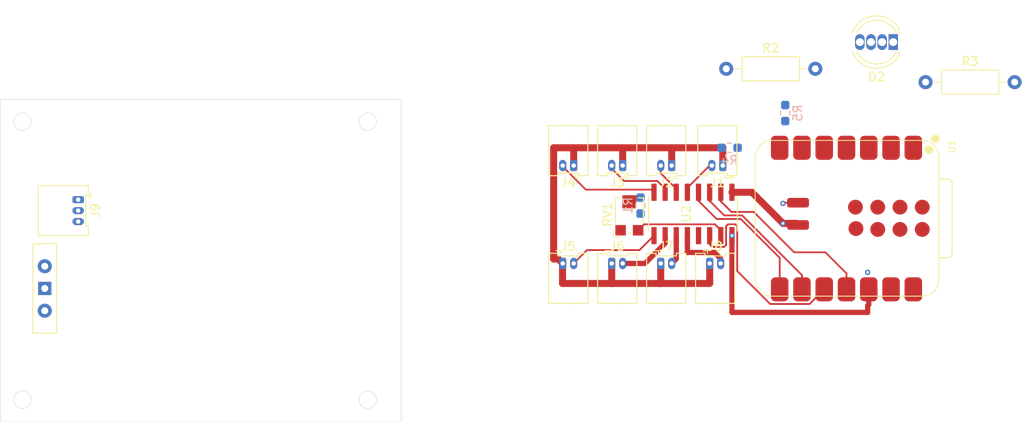
<source format=kicad_pcb>
(kicad_pcb (version 20241229) (generator "pcbnew") (generator_version "9.0")
  (layers (0 "F.Cu" signal) (4 "In1.Cu" jumper "Jumper") (6 "In2.Cu" signal) (2 "B.Cu" signal) (13 "F.Paste" user) (15 "B.Paste" user) (5 "F.SilkS" user "F.Silkscreen") (7 "B.SilkS" user "B.Silkscreen") (1 "F.Mask" user) (3 "B.Mask" user) (25 "Edge.Cuts" user))
  (net 0 "")
  (net 1 "GND")
  (net 2 "+BATT")
  (net 3 "Net-(U2-R-EXT)")
  (net 7 "Net-(U1-GPIO17_D7_RX)")
  (net 8 "Net-(U1-GPIO20_D9_MISO)")
  (net 9 "Net-(U1-GPIO19_D8_SCK)")
  (net 11 "Net-(U1-3V3)")
  (net 13 "Net-(U1-GPIO16_D6_TX)")
  (net 14 "Net-(U1-GPIO23_D5_SCL)")
  (net 18 "Net-(U1-GPIO22_D4_SDA)")
  (net 20 "Net-(U1-GPIO18_D10_MOSI)")
  (net 23 "Net-(J1-Pin_2)")
  (net 24 "Net-(J2-Pin_2)")
  (net 25 "Net-(J3-Pin_2)")
  (net 26 "Net-(J4-Pin_2)")
  (net 27 "Net-(R1-Pad1)")
  (net 28 "Net-(J5-Pin_2)")
  (net 29 "Net-(J6-Pin_2)")
  (net 30 "Net-(J7-Pin_2)")
  (net 31 "Net-(J8-Pin_2)")
  (net 33 "Net-(J9-Pin_3)")
  (net 34 "Net-(D2-RA)")
  (net 35 "Net-(D2-GA)")
  (net 38 "Net-(U1-GPIO0_A0_D0)")
  (footprint "Connector_Molex:Molex_PicoBlade_53048-0310_1x03_P1.25mm_Horizontal" (layer "F.Cu") (at 37.465 41.995 -90)
    (property "Reference" "J9" (at 1.25 -1.95 90) (layer "F.SilkS"))
    (property "Value" "Conn_01x03_Socket" (hide yes))
    (fp_line (start -1.61 4.56) (end 1.25 4.56) (stroke (width 0.12)) (layer "F.SilkS"))
    (fp_line (start 4.11 4.56) (end 1.25 4.56) (stroke (width 0.12)) (layer "F.SilkS"))
    (fp_line (start -0.54 -0.86) (end -0.54 -1.16) (stroke (width 0.12)) (layer "F.SilkS"))
    (fp_line (start 1.25 -0.86) (end -0.54 -0.86) (stroke (width 0.12)) (layer "F.SilkS"))
    (fp_line (start 1.25 -0.86) (end 3.04 -0.86) (stroke (width 0.12)) (layer "F.SilkS"))
    (fp_line (start 3.04 -0.86) (end 3.04 -1.16) (stroke (width 0.12)) (layer "F.SilkS"))
    (fp_line (start -0.25 -1.15) (end -0.25 -1.45) (stroke (width 0.12)) (layer "F.SilkS"))
    (fp_line (start -1.61 -1.16) (end -1.61 4.56) (stroke (width 0.12)) (layer "F.SilkS"))
    (fp_line (start -0.54 -1.16) (end -1.61 -1.16) (stroke (width 0.12)) (layer "F.SilkS"))
    (fp_line (start 3.04 -1.16) (end 4.11 -1.16) (stroke (width 0.12)) (layer "F.SilkS"))
    (fp_line (start 4.11 -1.16) (end 4.11 4.56) (stroke (width 0.12)) (layer "F.SilkS"))
    (fp_line (start -0.25 -1.45) (end -0.75 -1.45) (stroke (width 0.12)) (layer "F.SilkS"))
    (pad "1" thru_hole roundrect (at 0 0 270) (size 0.8 1.3) (drill 0.5) (layers "*.Cu" "*.Mask") (net 1 "GND"))
    (pad "2" thru_hole oval (at 1.25 0 270) (size 0.8 1.3) (drill 0.5) (layers "*.Cu" "*.Mask"))
    (pad "3" thru_hole oval (at 2.5 0 270) (size 0.8 1.3) (drill 0.5) (layers "*.Cu" "*.Mask") (net 33 "Net-(J9-Pin_3)"))
  )
  (footprint "Snapeda:SOIC127P600X175-16N" (layer "F.Cu") (at 107.585 43.623 -90)
    (property "Reference" "U2" (at 0 0.778 90) (layer "F.SilkS"))
    (property "Value" "TLC5917QDRQ1" (hide yes))
    (fp_line (start -1.95 5.065) (end 1.95 5.065) (stroke (width 0.127)) (layer "F.SilkS"))
    (fp_line (start -1.95 -5.065) (end 1.95 -5.065) (stroke (width 0.127)) (layer "F.SilkS"))
    (fp_circle (center -4.145 -4.445) (end -4.045 -4.445) (stroke (width 0.2)) (fill no) (layer "F.SilkS"))
    (pad "1" smd roundrect (at -2.475 -4.445 270) (size 1.97 0.6) (layers "F.Cu" "F.Mask" "F.Paste") (roundrect_rratio 0.125) (net 1 "GND"))
    (pad "2" smd roundrect (at -2.475 -3.175 270) (size 1.97 0.6) (layers "F.Cu" "F.Mask" "F.Paste") (roundrect_rratio 0.125) (net 20 "Net-(U1-GPIO18_D10_MOSI)"))
    (pad "3" smd roundrect (at -2.475 -1.905 270) (size 1.97 0.6) (layers "F.Cu" "F.Mask" "F.Paste") (roundrect_rratio 0.125) (net 9 "Net-(U1-GPIO19_D8_SCK)"))
    (pad "4" smd roundrect (at -2.475 -0.635 270) (size 1.97 0.6) (layers "F.Cu" "F.Mask" "F.Paste") (roundrect_rratio 0.125) (net 7 "Net-(U1-GPIO17_D7_RX)"))
    (pad "5" smd roundrect (at -2.475 0.635 270) (size 1.97 0.6) (layers "F.Cu" "F.Mask" "F.Paste") (roundrect_rratio 0.125) (net 23 "Net-(J1-Pin_2)"))
    (pad "6" smd roundrect (at -2.475 1.905 270) (size 1.97 0.6) (layers "F.Cu" "F.Mask" "F.Paste") (roundrect_rratio 0.125) (net 24 "Net-(J2-Pin_2)"))
    (pad "7" smd roundrect (at -2.475 3.175 270) (size 1.97 0.6) (layers "F.Cu" "F.Mask" "F.Paste") (roundrect_rratio 0.125) (net 25 "Net-(J3-Pin_2)"))
    (pad "8" smd roundrect (at -2.475 4.445 270) (size 1.97 0.6) (layers "F.Cu" "F.Mask" "F.Paste") (roundrect_rratio 0.125) (net 26 "Net-(J4-Pin_2)"))
    (pad "9" smd roundrect (at 2.475 4.445 270) (size 1.97 0.6) (layers "F.Cu" "F.Mask" "F.Paste") (roundrect_rratio 0.125) (net 28 "Net-(J5-Pin_2)"))
    (pad "10" smd roundrect (at 2.475 3.175 270) (size 1.97 0.6) (layers "F.Cu" "F.Mask" "F.Paste") (roundrect_rratio 0.125) (net 29 "Net-(J6-Pin_2)"))
    (pad "11" smd roundrect (at 2.475 1.905 270) (size 1.97 0.6) (layers "F.Cu" "F.Mask" "F.Paste") (roundrect_rratio 0.125) (net 30 "Net-(J7-Pin_2)"))
    (pad "12" smd roundrect (at 2.475 0.635 270) (size 1.97 0.6) (layers "F.Cu" "F.Mask" "F.Paste") (roundrect_rratio 0.125) (net 31 "Net-(J8-Pin_2)"))
    (pad "13" smd roundrect (at 2.475 -0.635 270) (size 1.97 0.6) (layers "F.Cu" "F.Mask" "F.Paste") (roundrect_rratio 0.125) (net 13 "Net-(U1-GPIO16_D6_TX)"))
    (pad "14" smd roundrect (at 2.475 -1.905 270) (size 1.97 0.6) (layers "F.Cu" "F.Mask" "F.Paste") (roundrect_rratio 0.125) (net 8 "Net-(U1-GPIO20_D9_MISO)"))
    (pad "15" smd roundrect (at 2.475 -3.175 270) (size 1.97 0.6) (layers "F.Cu" "F.Mask" "F.Paste") (roundrect_rratio 0.125) (net 3 "Net-(U2-R-EXT)"))
    (pad "16" smd roundrect (at 2.475 -4.445 270) (size 1.97 0.6) (layers "F.Cu" "F.Mask" "F.Paste") (roundrect_rratio 0.125) (net 11 "Net-(U1-3V3)"))
  )
  (footprint "XIAO:XIAO-ESP32C6-SMD" (layer "F.Cu") (at 125.1165 44.3496 -90)
    (property "Reference" "U1" (at -9.2734 -11.5215 90) (layer "F.SilkS") (effects (font (size 0.78232 0.78232) (thickness 0.10668)) (justify right top)))
    (property "Value" "XIAO-ESP32-C6-SMD")
    (fp_line (start -7.2116 10.4395) (end 6.7584 10.4395) (stroke (width 0.1)) (layer "F.SilkS"))
    (fp_line (start -9.1166 8.5345) (end -9.1166 -8.6105) (stroke (width 0.1)) (layer "F.SilkS"))
    (fp_line (start 8.6634 8.5345) (end 8.6634 -8.6105) (stroke (width 0.1)) (layer "F.SilkS"))
    (fp_line (start -4.7216 -10.5155) (end -4.717872 -11.525772) (stroke (width 0.127)) (layer "F.SilkS"))
    (fp_line (start 6.7584 -10.5155) (end -7.2116 -10.5155) (stroke (width 0.1)) (layer "F.SilkS"))
    (fp_line (start 4.2774 -11.5255) (end 4.2774 -10.5155) (stroke (width 0.127)) (layer "F.SilkS"))
    (fp_line (start -4.217872 -12.0255) (end 3.7774 -12.0255) (stroke (width 0.127)) (layer "F.SilkS"))
    (fp_arc (start -7.2116 10.4395) (mid -8.558638 9.881538) (end -9.1166 8.5345) (stroke (width 0.1)) (layer "F.SilkS"))
    (fp_arc (start 8.6634 8.5345) (mid 8.105438 9.881538) (end 6.7584 10.4395) (stroke (width 0.1)) (layer "F.SilkS"))
    (fp_arc (start -9.1166 -8.6145) (mid -8.558638 -9.961538) (end -7.2116 -10.5195) (stroke (width 0.1)) (layer "F.SilkS"))
    (fp_arc (start 6.7584 -10.5155) (mid 8.105438 -9.957538) (end 8.6634 -8.6105) (stroke (width 0.1)) (layer "F.SilkS"))
    (fp_arc (start -4.717872 -11.525772) (mid -4.571324 -11.879144) (end -4.217872 -12.0255) (stroke (width 0.127)) (layer "F.SilkS"))
    (fp_arc (start 3.7774 -12.0255) (mid 4.130953 -11.879053) (end 4.2774 -11.5255) (stroke (width 0.127)) (layer "F.SilkS"))
    (fp_circle (center -8.0526 -9.3825) (end -8.0526 -9.6365) (stroke (width 0.5)) (fill yes) (layer "F.SilkS"))
    (fp_circle (center -9.3266 -10.0995) (end -9.3266 -10.3535) (stroke (width 0.5)) (fill yes) (layer "F.SilkS"))
    (pad "1" smd roundrect (at -8.2816 -7.5985 270) (size 2.75 2) (layers "F.Cu" "F.Mask" "F.Paste") (net 38 "Net-(U1-GPIO0_A0_D0)"))
    (pad "2" smd roundrect (at -8.2816 -5.0585 270) (size 2.75 2) (layers "F.Cu" "F.Mask" "F.Paste"))
    (pad "3" smd roundrect (at -8.2816 -2.5185 270) (size 2.75 2) (layers "F.Cu" "F.Mask" "F.Paste"))
    (pad "4" smd roundrect (at -8.2816 0.0215 270) (size 2.75 2) (layers "F.Cu" "F.Mask" "F.Paste"))
    (pad "5" smd roundrect (at -8.2816 2.5615 270) (size 2.75 2) (layers "F.Cu" "F.Mask" "F.Paste") (net 18 "Net-(U1-GPIO22_D4_SDA)"))
    (pad "6" smd roundrect (at -8.2816 5.1015 270) (size 2.75 2) (layers "F.Cu" "F.Mask" "F.Paste") (net 14 "Net-(U1-GPIO23_D5_SCL)"))
    (pad "7" smd roundrect (at -8.2816 7.6415 270) (size 2.75 2) (layers "F.Cu" "F.Mask" "F.Paste") (net 13 "Net-(U1-GPIO16_D6_TX)"))
    (pad "8" smd roundrect (at 7.8834 7.6415 270) (size 2.75 2) (layers "F.Cu" "F.Mask" "F.Paste") (net 7 "Net-(U1-GPIO17_D7_RX)"))
    (pad "9" smd roundrect (at 7.8834 5.1015 270) (size 2.75 2) (layers "F.Cu" "F.Mask" "F.Paste") (net 9 "Net-(U1-GPIO19_D8_SCK)"))
    (pad "10" smd roundrect (at 7.8834 2.5615 270) (size 2.75 2) (layers "F.Cu" "F.Mask" "F.Paste") (net 8 "Net-(U1-GPIO20_D9_MISO)"))
    (pad "11" smd roundrect (at 7.8834 0.0215 270) (size 2.75 2) (layers "F.Cu" "F.Mask" "F.Paste") (net 20 "Net-(U1-GPIO18_D10_MOSI)"))
    (pad "12" smd roundrect (at 7.8834 -2.5185 270) (size 2.75 2) (layers "F.Cu" "F.Mask" "F.Paste") (net 11 "Net-(U1-3V3)"))
    (pad "13" smd roundrect (at 7.8834 -5.0585 270) (size 2.75 2) (layers "F.Cu" "F.Mask" "F.Paste") (net 1 "GND"))
    (pad "14" smd roundrect (at 7.8834 -7.5985 270) (size 2.75 2) (layers "F.Cu" "F.Mask" "F.Paste"))
    (pad "15" smd roundrect (at -2.008 5.5532 180) (size 2.5 1.1) (layers "F.Cu" "F.Mask" "F.Paste") (net 2 "+BATT"))
    (pad "16" smd roundrect (at 0.532 5.5532 180) (size 2.5 1.1) (layers "F.Cu" "F.Mask" "F.Paste") (net 1 "GND"))
    (pad "17" smd circle (at -1.5 -8.62 270) (size 1.7 1.7) (layers "F.Cu" "F.Mask" "F.Paste"))
    (pad "18" smd circle (at 1.04 -8.62 270) (size 1.7 1.7) (layers "F.Cu" "F.Mask" "F.Paste"))
    (pad "19" smd circle (at -1.5 -6.08 270) (size 1.7 1.7) (layers "F.Cu" "F.Mask" "F.Paste"))
    (pad "20" smd circle (at 1.04 -6.08 270) (size 1.7 1.7) (layers "F.Cu" "F.Mask" "F.Paste"))
    (pad "21" smd circle (at -1.5 -3.54 270) (size 1.7 1.7) (layers "F.Cu" "F.Mask" "F.Paste"))
    (pad "22" smd circle (at 1.04 -3.54 270) (size 1.7 1.7) (layers "F.Cu" "F.Mask" "F.Paste"))
    (pad "23" smd circle (at -1.5 -1 270) (size 1.7 1.7) (layers "F.Cu" "F.Mask" "F.Paste"))
    (pad "24" smd circle (at 0.9474 -1.0568 270) (size 1.7 1.7) (layers "F.Cu" "F.Mask" "F.Paste"))
  )
  (footprint "Connector_Molex:Molex_PicoBlade_53048-0210_1x02_P1.25mm_Horizontal" (layer "F.Cu") (at 93.98 38.1 180)
    (property "Reference" "J4" (at 0.62 -1.95 0) (layer "F.SilkS"))
    (property "Value" "Conn_01x02_Socket" (hide yes))
    (fp_line (start 2.86 4.56) (end 0.625 4.56) (stroke (width 0.12)) (layer "F.SilkS"))
    (fp_line (start 2.86 -1.16) (end 2.86 4.56) (stroke (width 0.12)) (layer "F.SilkS"))
    (fp_line (start 1.79 -0.86) (end 1.79 -1.16) (stroke (width 0.12)) (layer "F.SilkS"))
    (fp_line (start 1.79 -1.16) (end 2.86 -1.16) (stroke (width 0.12)) (layer "F.SilkS"))
    (fp_line (start 0.625 -0.86) (end 1.79 -0.86) (stroke (width 0.12)) (layer "F.SilkS"))
    (fp_line (start 0.625 -0.86) (end -0.54 -0.86) (stroke (width 0.12)) (layer "F.SilkS"))
    (fp_line (start -0.25 -1.15) (end -0.25 -1.45) (stroke (width 0.12)) (layer "F.SilkS"))
    (fp_line (start -0.25 -1.45) (end -0.75 -1.45) (stroke (width 0.12)) (layer "F.SilkS"))
    (fp_line (start -0.54 -0.86) (end -0.54 -1.16) (stroke (width 0.12)) (layer "F.SilkS"))
    (fp_line (start -0.54 -1.16) (end -1.61 -1.16) (stroke (width 0.12)) (layer "F.SilkS"))
    (fp_line (start -1.61 4.56) (end 0.625 4.56) (stroke (width 0.12)) (layer "F.SilkS"))
    (fp_line (start -1.61 -1.16) (end -1.61 4.56) (stroke (width 0.12)) (layer "F.SilkS"))
    (pad "1" thru_hole roundrect (at 0 0 180) (size 0.8 1.3) (drill 0.5) (layers "*.Cu" "*.Mask") (net 2 "+BATT"))
    (pad "2" thru_hole oval (at 1.25 0 180) (size 0.8 1.3) (drill 0.5) (layers "*.Cu" "*.Mask") (net 26 "Net-(J4-Pin_2)"))
  )
  (footprint "Resistor_THT:R_Axial_DIN0207_L6.3mm_D2.5mm_P10.16mm_Horizontal" (layer "F.Cu") (at 134.112 28.575)
    (property "Reference" "R3" (at 5.08 -2.37 0) (layer "F.SilkS"))
    (property "Value" "150")
    (fp_line (start 1.04 0) (end 1.81 0) (stroke (width 0.12)) (layer "F.SilkS"))
    (fp_line (start 9.12 0) (end 8.35 0) (stroke (width 0.12)) (layer "F.SilkS"))
    (fp_rect (start 1.81 -1.37) (end 8.35 1.37) (stroke (width 0.12)) (fill no) (layer "F.SilkS"))
    (pad "1" thru_hole circle (at 0 0) (size 1.6 1.6) (drill 0.8) (layers "*.Cu" "*.Mask") (net 18 "Net-(U1-GPIO22_D4_SDA)"))
    (pad "2" thru_hole circle (at 10.16 0) (size 1.6 1.6) (drill 0.8) (layers "*.Cu" "*.Mask") (net 34 "Net-(D2-RA)"))
  )
  (footprint "Connector_Molex:Molex_PicoBlade_53048-0210_1x02_P1.25mm_Horizontal" (layer "F.Cu") (at 98.318 49.276)
    (property "Reference" "J6" (at 0.62 -1.95 0) (layer "F.SilkS"))
    (property "Value" "Conn_01x02_Socket" (hide yes))
    (fp_line (start -1.61 -1.16) (end -1.61 4.56) (stroke (width 0.12)) (layer "F.SilkS"))
    (fp_line (start -1.61 4.56) (end 0.625 4.56) (stroke (width 0.12)) (layer "F.SilkS"))
    (fp_line (start -0.54 -1.16) (end -1.61 -1.16) (stroke (width 0.12)) (layer "F.SilkS"))
    (fp_line (start -0.54 -0.86) (end -0.54 -1.16) (stroke (width 0.12)) (layer "F.SilkS"))
    (fp_line (start -0.25 -1.45) (end -0.75 -1.45) (stroke (width 0.12)) (layer "F.SilkS"))
    (fp_line (start -0.25 -1.15) (end -0.25 -1.45) (stroke (width 0.12)) (layer "F.SilkS"))
    (fp_line (start 0.625 -0.86) (end -0.54 -0.86) (stroke (width 0.12)) (layer "F.SilkS"))
    (fp_line (start 0.625 -0.86) (end 1.79 -0.86) (stroke (width 0.12)) (layer "F.SilkS"))
    (fp_line (start 1.79 -1.16) (end 2.86 -1.16) (stroke (width 0.12)) (layer "F.SilkS"))
    (fp_line (start 1.79 -0.86) (end 1.79 -1.16) (stroke (width 0.12)) (layer "F.SilkS"))
    (fp_line (start 2.86 -1.16) (end 2.86 4.56) (stroke (width 0.12)) (layer "F.SilkS"))
    (fp_line (start 2.86 4.56) (end 0.625 4.56) (stroke (width 0.12)) (layer "F.SilkS"))
    (pad "1" thru_hole roundrect (at 0 0) (size 0.8 1.3) (drill 0.5) (layers "*.Cu" "*.Mask") (net 2 "+BATT"))
    (pad "2" thru_hole oval (at 1.25 0) (size 0.8 1.3) (drill 0.5) (layers "*.Cu" "*.Mask") (net 29 "Net-(J6-Pin_2)"))
  )
  (footprint "Connector_Molex:Molex_PicoBlade_53048-0210_1x02_P1.25mm_Horizontal" (layer "F.Cu") (at 103.906 49.276)
    (property "Reference" "J7" (at 0.62 -1.95 0) (layer "F.SilkS"))
    (property "Value" "Conn_01x02_Socket" (hide yes))
    (fp_line (start -1.61 -1.16) (end -1.61 4.56) (stroke (width 0.12)) (layer "F.SilkS"))
    (fp_line (start -1.61 4.56) (end 0.625 4.56) (stroke (width 0.12)) (layer "F.SilkS"))
    (fp_line (start -0.54 -1.16) (end -1.61 -1.16) (stroke (width 0.12)) (layer "F.SilkS"))
    (fp_line (start -0.54 -0.86) (end -0.54 -1.16) (stroke (width 0.12)) (layer "F.SilkS"))
    (fp_line (start -0.25 -1.45) (end -0.75 -1.45) (stroke (width 0.12)) (layer "F.SilkS"))
    (fp_line (start -0.25 -1.15) (end -0.25 -1.45) (stroke (width 0.12)) (layer "F.SilkS"))
    (fp_line (start 0.625 -0.86) (end -0.54 -0.86) (stroke (width 0.12)) (layer "F.SilkS"))
    (fp_line (start 0.625 -0.86) (end 1.79 -0.86) (stroke (width 0.12)) (layer "F.SilkS"))
    (fp_line (start 1.79 -1.16) (end 2.86 -1.16) (stroke (width 0.12)) (layer "F.SilkS"))
    (fp_line (start 1.79 -0.86) (end 1.79 -1.16) (stroke (width 0.12)) (layer "F.SilkS"))
    (fp_line (start 2.86 -1.16) (end 2.86 4.56) (stroke (width 0.12)) (layer "F.SilkS"))
    (fp_line (start 2.86 4.56) (end 0.625 4.56) (stroke (width 0.12)) (layer "F.SilkS"))
    (pad "1" thru_hole roundrect (at 0 0) (size 0.8 1.3) (drill 0.5) (layers "*.Cu" "*.Mask") (net 2 "+BATT"))
    (pad "2" thru_hole oval (at 1.25 0) (size 0.8 1.3) (drill 0.5) (layers "*.Cu" "*.Mask") (net 30 "Net-(J7-Pin_2)"))
  )
  (footprint "Resistor_THT:R_Axial_DIN0207_L6.3mm_D2.5mm_P10.16mm_Horizontal" (layer "F.Cu") (at 111.379 27.051)
    (property "Reference" "R2" (at 5.08 -2.37 0) (layer "F.SilkS"))
    (property "Value" "22")
    (fp_line (start 1.04 0) (end 1.81 0) (stroke (width 0.12)) (layer "F.SilkS"))
    (fp_line (start 9.12 0) (end 8.35 0) (stroke (width 0.12)) (layer "F.SilkS"))
    (fp_rect (start 1.81 -1.37) (end 8.35 1.37) (stroke (width 0.12)) (fill no) (layer "F.SilkS"))
    (pad "1" thru_hole circle (at 0 0) (size 1.6 1.6) (drill 0.8) (layers "*.Cu" "*.Mask") (net 14 "Net-(U1-GPIO23_D5_SCL)"))
    (pad "2" thru_hole circle (at 10.16 0) (size 1.6 1.6) (drill 0.8) (layers "*.Cu" "*.Mask") (net 35 "Net-(D2-GA)"))
  )
  (footprint "Connector_Molex:Molex_PicoBlade_53048-0210_1x02_P1.25mm_Horizontal" (layer "F.Cu") (at 99.568 38.1 180)
    (property "Reference" "J3" (at 0.62 -1.95 0) (layer "F.SilkS"))
    (property "Value" "Conn_01x02_Socket" (hide yes))
    (fp_line (start 2.86 4.56) (end 0.625 4.56) (stroke (width 0.12)) (layer "F.SilkS"))
    (fp_line (start 2.86 -1.16) (end 2.86 4.56) (stroke (width 0.12)) (layer "F.SilkS"))
    (fp_line (start 1.79 -0.86) (end 1.79 -1.16) (stroke (width 0.12)) (layer "F.SilkS"))
    (fp_line (start 1.79 -1.16) (end 2.86 -1.16) (stroke (width 0.12)) (layer "F.SilkS"))
    (fp_line (start 0.625 -0.86) (end 1.79 -0.86) (stroke (width 0.12)) (layer "F.SilkS"))
    (fp_line (start 0.625 -0.86) (end -0.54 -0.86) (stroke (width 0.12)) (layer "F.SilkS"))
    (fp_line (start -0.25 -1.15) (end -0.25 -1.45) (stroke (width 0.12)) (layer "F.SilkS"))
    (fp_line (start -0.25 -1.45) (end -0.75 -1.45) (stroke (width 0.12)) (layer "F.SilkS"))
    (fp_line (start -0.54 -0.86) (end -0.54 -1.16) (stroke (width 0.12)) (layer "F.SilkS"))
    (fp_line (start -0.54 -1.16) (end -1.61 -1.16) (stroke (width 0.12)) (layer "F.SilkS"))
    (fp_line (start -1.61 4.56) (end 0.625 4.56) (stroke (width 0.12)) (layer "F.SilkS"))
    (fp_line (start -1.61 -1.16) (end -1.61 4.56) (stroke (width 0.12)) (layer "F.SilkS"))
    (pad "1" thru_hole roundrect (at 0 0 180) (size 0.8 1.3) (drill 0.5) (layers "*.Cu" "*.Mask") (net 2 "+BATT"))
    (pad "2" thru_hole oval (at 1.25 0 180) (size 0.8 1.3) (drill 0.5) (layers "*.Cu" "*.Mask") (net 25 "Net-(J3-Pin_2)"))
  )
  (footprint "Connector_Molex:Molex_PicoBlade_53048-0210_1x02_P1.25mm_Horizontal" (layer "F.Cu") (at 109.494 49.276)
    (property "Reference" "J8" (at 0.62 -1.95 0) (layer "F.SilkS"))
    (property "Value" "Conn_01x02_Socket" (hide yes))
    (fp_line (start -1.61 -1.16) (end -1.61 4.56) (stroke (width 0.12)) (layer "F.SilkS"))
    (fp_line (start -1.61 4.56) (end 0.625 4.56) (stroke (width 0.12)) (layer "F.SilkS"))
    (fp_line (start -0.54 -1.16) (end -1.61 -1.16) (stroke (width 0.12)) (layer "F.SilkS"))
    (fp_line (start -0.54 -0.86) (end -0.54 -1.16) (stroke (width 0.12)) (layer "F.SilkS"))
    (fp_line (start -0.25 -1.45) (end -0.75 -1.45) (stroke (width 0.12)) (layer "F.SilkS"))
    (fp_line (start -0.25 -1.15) (end -0.25 -1.45) (stroke (width 0.12)) (layer "F.SilkS"))
    (fp_line (start 0.625 -0.86) (end -0.54 -0.86) (stroke (width 0.12)) (layer "F.SilkS"))
    (fp_line (start 0.625 -0.86) (end 1.79 -0.86) (stroke (width 0.12)) (layer "F.SilkS"))
    (fp_line (start 1.79 -1.16) (end 2.86 -1.16) (stroke (width 0.12)) (layer "F.SilkS"))
    (fp_line (start 1.79 -0.86) (end 1.79 -1.16) (stroke (width 0.12)) (layer "F.SilkS"))
    (fp_line (start 2.86 -1.16) (end 2.86 4.56) (stroke (width 0.12)) (layer "F.SilkS"))
    (fp_line (start 2.86 4.56) (end 0.625 4.56) (stroke (width 0.12)) (layer "F.SilkS"))
    (pad "1" thru_hole roundrect (at 0 0) (size 0.8 1.3) (drill 0.5) (layers "*.Cu" "*.Mask") (net 2 "+BATT"))
    (pad "2" thru_hole oval (at 1.25 0) (size 0.8 1.3) (drill 0.5) (layers "*.Cu" "*.Mask") (net 31 "Net-(J8-Pin_2)"))
  )
  (footprint "Connector_Molex:Molex_PicoBlade_53048-0210_1x02_P1.25mm_Horizontal" (layer "F.Cu") (at 92.73 49.276)
    (property "Reference" "J5" (at 0.62 -1.95 0) (layer "F.SilkS"))
    (property "Value" "Conn_01x02_Socket" (hide yes))
    (fp_line (start -1.61 -1.16) (end -1.61 4.56) (stroke (width 0.12)) (layer "F.SilkS"))
    (fp_line (start -1.61 4.56) (end 0.625 4.56) (stroke (width 0.12)) (layer "F.SilkS"))
    (fp_line (start -0.54 -1.16) (end -1.61 -1.16) (stroke (width 0.12)) (layer "F.SilkS"))
    (fp_line (start -0.54 -0.86) (end -0.54 -1.16) (stroke (width 0.12)) (layer "F.SilkS"))
    (fp_line (start -0.25 -1.45) (end -0.75 -1.45) (stroke (width 0.12)) (layer "F.SilkS"))
    (fp_line (start -0.25 -1.15) (end -0.25 -1.45) (stroke (width 0.12)) (layer "F.SilkS"))
    (fp_line (start 0.625 -0.86) (end -0.54 -0.86) (stroke (width 0.12)) (layer "F.SilkS"))
    (fp_line (start 0.625 -0.86) (end 1.79 -0.86) (stroke (width 0.12)) (layer "F.SilkS"))
    (fp_line (start 1.79 -1.16) (end 2.86 -1.16) (stroke (width 0.12)) (layer "F.SilkS"))
    (fp_line (start 1.79 -0.86) (end 1.79 -1.16) (stroke (width 0.12)) (layer "F.SilkS"))
    (fp_line (start 2.86 -1.16) (end 2.86 4.56) (stroke (width 0.12)) (layer "F.SilkS"))
    (fp_line (start 2.86 4.56) (end 0.625 4.56) (stroke (width 0.12)) (layer "F.SilkS"))
    (pad "1" thru_hole roundrect (at 0 0) (size 0.8 1.3) (drill 0.5) (layers "*.Cu" "*.Mask") (net 2 "+BATT"))
    (pad "2" thru_hole oval (at 1.25 0) (size 0.8 1.3) (drill 0.5) (layers "*.Cu" "*.Mask") (net 28 "Net-(J5-Pin_2)"))
  )
  (footprint "Connector_Molex:Molex_PicoBlade_53048-0210_1x02_P1.25mm_Horizontal" (layer "F.Cu") (at 110.988 38.1 180)
    (property "Reference" "J1" (at 0.62 -1.95 0) (layer "F.SilkS"))
    (property "Value" "Conn_01x02_Socket" (hide yes))
    (fp_line (start 2.86 4.56) (end 0.625 4.56) (stroke (width 0.12)) (layer "F.SilkS"))
    (fp_line (start 2.86 -1.16) (end 2.86 4.56) (stroke (width 0.12)) (layer "F.SilkS"))
    (fp_line (start 1.79 -0.86) (end 1.79 -1.16) (stroke (width 0.12)) (layer "F.SilkS"))
    (fp_line (start 1.79 -1.16) (end 2.86 -1.16) (stroke (width 0.12)) (layer "F.SilkS"))
    (fp_line (start 0.625 -0.86) (end 1.79 -0.86) (stroke (width 0.12)) (layer "F.SilkS"))
    (fp_line (start 0.625 -0.86) (end -0.54 -0.86) (stroke (width 0.12)) (layer "F.SilkS"))
    (fp_line (start -0.25 -1.15) (end -0.25 -1.45) (stroke (width 0.12)) (layer "F.SilkS"))
    (fp_line (start -0.25 -1.45) (end -0.75 -1.45) (stroke (width 0.12)) (layer "F.SilkS"))
    (fp_line (start -0.54 -0.86) (end -0.54 -1.16) (stroke (width 0.12)) (layer "F.SilkS"))
    (fp_line (start -0.54 -1.16) (end -1.61 -1.16) (stroke (width 0.12)) (layer "F.SilkS"))
    (fp_line (start -1.61 4.56) (end 0.625 4.56) (stroke (width 0.12)) (layer "F.SilkS"))
    (fp_line (start -1.61 -1.16) (end -1.61 4.56) (stroke (width 0.12)) (layer "F.SilkS"))
    (pad "1" thru_hole roundrect (at 0 0 180) (size 0.8 1.3) (drill 0.5) (layers "*.Cu" "*.Mask") (net 2 "+BATT"))
    (pad "2" thru_hole oval (at 1.25 0 180) (size 0.8 1.3) (drill 0.5) (layers "*.Cu" "*.Mask") (net 23 "Net-(J1-Pin_2)"))
  )
  (footprint "Potentiometer_SMD:Potentiometer_Bourns_TC33X_Vertical" (layer "F.Cu") (at 100.33 43.688 90)
    (property "Reference" "RV1" (at 0 -2.5 90) (layer "F.SilkS"))
    (property "Value" "R_Potentiometer_Trim" (hide yes))
    (fp_line (start -1.9 -1.8) (end -2.6 -1.8) (stroke (width 0.12)) (layer "F.SilkS"))
    (fp_line (start -2.6 -1.8) (end -2.6 -1.1) (stroke (width 0.12)) (layer "F.SilkS"))
    (fp_line (start 1.9 -1.6) (end 1.9 -1) (stroke (width 0.12)) (layer "F.SilkS"))
    (fp_line (start -1 -1.6) (end 1.9 -1.6) (stroke (width 0.12)) (layer "F.SilkS"))
    (fp_line (start -2.1 -0.2) (end -2.1 0.2) (stroke (width 0.12)) (layer "F.SilkS"))
    (fp_line (start 1.9 1.6) (end 1.9 1) (stroke (width 0.12)) (layer "F.SilkS"))
    (fp_line (start -1 1.6) (end 1.9 1.6) (stroke (width 0.12)) (layer "F.SilkS"))
    (pad "1" smd rect (at -1.8 -1 90) (size 1.2 1.2) (layers "F.Cu" "F.Mask" "F.Paste") (net 27 "Net-(R1-Pad1)"))
    (pad "2" smd rect (at 1.45 0 90) (size 1.5 1.6) (layers "F.Cu" "F.Mask" "F.Paste") (net 27 "Net-(R1-Pad1)"))
    (pad "3" smd rect (at -1.8 1 90) (size 1.2 1.2) (layers "F.Cu" "F.Mask" "F.Paste") (net 3 "Net-(U2-R-EXT)"))
  )
  (footprint "Connector_Molex:Molex_PicoBlade_53048-0210_1x02_P1.25mm_Horizontal" (layer "F.Cu") (at 105.156 38.1 180)
    (property "Reference" "J2" (at 0.62 -1.95 0) (layer "F.SilkS"))
    (property "Value" "Conn_01x02_Socket" (hide yes))
    (fp_line (start 2.86 4.56) (end 0.625 4.56) (stroke (width 0.12)) (layer "F.SilkS"))
    (fp_line (start 2.86 -1.16) (end 2.86 4.56) (stroke (width 0.12)) (layer "F.SilkS"))
    (fp_line (start 1.79 -0.86) (end 1.79 -1.16) (stroke (width 0.12)) (layer "F.SilkS"))
    (fp_line (start 1.79 -1.16) (end 2.86 -1.16) (stroke (width 0.12)) (layer "F.SilkS"))
    (fp_line (start 0.625 -0.86) (end 1.79 -0.86) (stroke (width 0.12)) (layer "F.SilkS"))
    (fp_line (start 0.625 -0.86) (end -0.54 -0.86) (stroke (width 0.12)) (layer "F.SilkS"))
    (fp_line (start -0.25 -1.15) (end -0.25 -1.45) (stroke (width 0.12)) (layer "F.SilkS"))
    (fp_line (start -0.25 -1.45) (end -0.75 -1.45) (stroke (width 0.12)) (layer "F.SilkS"))
    (fp_line (start -0.54 -0.86) (end -0.54 -1.16) (stroke (width 0.12)) (layer "F.SilkS"))
    (fp_line (start -0.54 -1.16) (end -1.61 -1.16) (stroke (width 0.12)) (layer "F.SilkS"))
    (fp_line (start -1.61 4.56) (end 0.625 4.56) (stroke (width 0.12)) (layer "F.SilkS"))
    (fp_line (start -1.61 -1.16) (end -1.61 4.56) (stroke (width 0.12)) (layer "F.SilkS"))
    (pad "1" thru_hole roundrect (at 0 0 180) (size 0.8 1.3) (drill 0.5) (layers "*.Cu" "*.Mask") (net 2 "+BATT"))
    (pad "2" thru_hole oval (at 1.25 0 180) (size 0.8 1.3) (drill 0.5) (layers "*.Cu" "*.Mask") (net 24 "Net-(J2-Pin_2)"))
  )
  (footprint "Button_Switch_THT:SW_Slide-03_Wuerth-WS-SLTV_10x2.5x6.4_P2.54mm" (layer "F.Cu") (at 33.655 52.135 90)
    (property "Reference" "SW1" (hide yes))
    (property "Value" "SW_SPDT" (hide yes))
    (fp_rect (start -5.11 -1.36) (end 5.11 1.36) (stroke (width 0.12)) (fill no) (layer "F.SilkS"))
    (pad "1" thru_hole circle (at -2.54 0 90) (size 1.6 1.6) (drill 0.8) (layers "*.Cu" "*.Mask") (net 2 "+BATT"))
    (pad "2" thru_hole rect (at 0 0 90) (size 1.5 1.5) (drill 0.8) (layers "*.Cu" "*.Mask") (net 33 "Net-(J9-Pin_3)"))
    (pad "3" thru_hole circle (at 2.54 0 90) (size 1.6 1.6) (drill 0.8) (layers "*.Cu" "*.Mask") (net 33 "Net-(J9-Pin_3)"))
  )
  (footprint "LED_THT:LED_D5.0mm-4_RGB" (layer "F.Cu") (at 130.429 24.003 180)
    (property "Reference" "D2" (at 1.905 -3.96 0) (layer "F.SilkS"))
    (property "Value" "LED_RKBG")
    (fp_line (start -0.655 1.08) (end -0.655 1.545) (stroke (width 0.12)) (layer "F.SilkS"))
    (fp_line (start -0.655 -1.545) (end -0.655 -1.08) (stroke (width 0.12)) (layer "F.SilkS"))
    (fp_arc (start 4.693136 1.08) (mid 2.163898 2.97877) (end -0.655 1.54483) (stroke (width 0.12)) (layer "F.SilkS"))
    (fp_arc (start 4.159684 1.08) (mid 1.905 2.5) (end -0.349684 1.08) (stroke (width 0.12)) (layer "F.SilkS"))
    (fp_arc (start -0.349684 -1.08) (mid 1.905 -2.5) (end 4.159684 -1.08) (stroke (width 0.12)) (layer "F.SilkS"))
    (fp_arc (start -0.655 -1.54483) (mid 2.163898 -2.97877) (end 4.693136 -1.08) (stroke (width 0.12)) (layer "F.SilkS"))
    (pad "1" thru_hole rect (at 0 0 180) (size 1.07 1.8) (drill 0.9) (layers "*.Cu" "*.Mask") (net 34 "Net-(D2-RA)"))
    (pad "2" thru_hole oval (at 1.27 0 180) (size 1.07 1.8) (drill 0.9) (layers "*.Cu" "*.Mask") (net 1 "GND"))
    (pad "3" thru_hole oval (at 2.54 0 180) (size 1.07 1.8) (drill 0.9) (layers "*.Cu" "*.Mask"))
    (pad "4" thru_hole oval (at 3.81 0 180) (size 1.07 1.8) (drill 0.9) (layers "*.Cu" "*.Mask") (net 35 "Net-(D2-GA)"))
  )
  (footprint "Resistor_SMD:R_0603_1608Metric_Pad0.98x0.95mm_HandSolder" (layer "B.Cu") (at 111.76 36.068)
    (property "Reference" "R4" (at 0 1.43 0) (layer "B.SilkS") (effects (justify mirror)))
    (property "Value" "22")
    (fp_line (start -0.254724 -0.5225) (end 0.254724 -0.5225) (stroke (width 0.12)) (layer "B.SilkS"))
    (fp_line (start -0.254724 0.5225) (end 0.254724 0.5225) (stroke (width 0.12)) (layer "B.SilkS"))
    (pad "1" smd roundrect (at -0.9125 0) (size 0.975 0.95) (layers "B.Cu" "B.Mask" "B.Paste") (net 2 "+BATT"))
    (pad "2" smd roundrect (at 0.9125 0) (size 0.975 0.95) (layers "B.Cu" "B.Mask" "B.Paste") (net 38 "Net-(U1-GPIO0_A0_D0)"))
  )
  (footprint "Resistor_SMD:R_0603_1608Metric_Pad0.98x0.95mm_HandSolder" (layer "B.Cu") (at 118.11 32.1075 90)
    (property "Reference" "R5" (at 0 1.43 90) (layer "B.SilkS") (effects (justify mirror)))
    (property "Value" "22")
    (fp_line (start -0.254724 -0.5225) (end 0.254724 -0.5225) (stroke (width 0.12)) (layer "B.SilkS"))
    (fp_line (start -0.254724 0.5225) (end 0.254724 0.5225) (stroke (width 0.12)) (layer "B.SilkS"))
    (pad "1" smd roundrect (at -0.9125 0 90) (size 0.975 0.95) (layers "B.Cu" "B.Mask" "B.Paste") (net 38 "Net-(U1-GPIO0_A0_D0)"))
    (pad "2" smd roundrect (at 0.9125 0 90) (size 0.975 0.95) (layers "B.Cu" "B.Mask" "B.Paste") (net 1 "GND"))
  )
  (footprint "Resistor_SMD:R_0603_1608Metric_Pad0.98x0.95mm_HandSolder" (layer "B.Cu") (at 101.6 42.672 -90)
    (property "Reference" "R1" (at 0 1.43 90) (layer "B.SilkS") (effects (justify mirror)))
    (property "Value" "R")
    (fp_line (start -0.254724 0.5225) (end 0.254724 0.5225) (stroke (width 0.12)) (layer "B.SilkS"))
    (fp_line (start -0.254724 -0.5225) (end 0.254724 -0.5225) (stroke (width 0.12)) (layer "B.SilkS"))
    (pad "1" smd roundrect (at -0.9125 0 270) (size 0.975 0.95) (layers "B.Cu" "B.Mask" "B.Paste") (net 27 "Net-(R1-Pad1)"))
    (pad "2" smd roundrect (at 0.9125 0 270) (size 0.975 0.95) (layers "B.Cu" "B.Mask" "B.Paste") (net 1 "GND"))
  )
  (gr_circle (center 70.485 33.085) (end 69.485 33.085) (stroke (width 0.05)) (fill no) (layer "Edge.Cuts"))
  (gr_rect (start 28.575 30.545) (end 74.295 67.375) (stroke (width 0.05)) (fill no) (layer "Edge.Cuts"))
  (gr_circle (center 31.115 33.085) (end 30.115 33.085) (stroke (width 0.05)) (fill no) (layer "Edge.Cuts"))
  (gr_circle (center 31.115 64.835) (end 30.115 64.835) (stroke (width 0.05)) (fill no) (layer "Edge.Cuts"))
  (gr_circle (center 70.485 64.835) (end 69.485 64.835) (stroke (width 0.05)) (fill no) (layer "Edge.Cuts"))
  (via (at 127.508 50.292) (size 0.6) (drill 0.3) (layers "F.Cu" "B.Cu") (net 0))
  (segment (start 114.3 41.148) (end 117.856 44.704) (width 0.8) (layer "F.Cu") (net 1))
  (segment (start 119.3857 44.704) (end 119.5633 44.8816) (width 0.8) (layer "F.Cu") (net 1))
  (segment (start 117.856 44.704) (end 119.3857 44.704) (width 0.8) (layer "F.Cu") (net 1))
  (segment (start 112.03 41.148) (end 114.3 41.148) (width 0.8) (layer "F.Cu") (net 1))
  (via (at 117.856 44.704) (size 0.6) (drill 0.3) (layers "F.Cu" "B.Cu") (net 1))
  (segment (start 105.156 38.1) (end 105.156 36.068) (width 0.8) (layer "F.Cu") (net 2))
  (segment (start 98.298 51.562) (end 103.886 51.562) (width 0.8) (layer "F.Cu") (net 2))
  (segment (start 103.906 49.276) (end 103.906 51.542) (width 0.8) (layer "F.Cu") (net 2))
  (segment (start 93.98 38.1) (end 93.98 36.068) (width 0.8) (layer "F.Cu") (net 2))
  (segment (start 99.568 38.1) (end 99.568 36.068) (width 0.8) (layer "F.Cu") (net 2))
  (segment (start 92.222 48.768) (end 92.73 49.276) (width 0.8) (layer "F.Cu") (net 2))
  (segment (start 110.988 36.078) (end 110.998 36.068) (width 0.8) (layer "F.Cu") (net 2))
  (segment (start 91.694 36.068) (end 91.694 48.768) (width 0.8) (layer "F.Cu") (net 2))
  (segment (start 110.998 36.068) (end 105.156 36.068) (width 0.8) (layer "F.Cu") (net 2))
  (segment (start 92.71 49.296) (end 92.71 51.562) (width 0.8) (layer "F.Cu") (net 2))
  (segment (start 119.5633 42.3416) (end 117.9324 42.3416) (width 0.2) (layer "F.Cu") (net 2))
  (segment (start 92.71 51.562) (end 98.298 51.562) (width 0.8) (layer "F.Cu") (net 2))
  (segment (start 109.494 51.542) (end 109.494 49.276) (width 0.8) (layer "F.Cu") (net 2))
  (segment (start 91.694 48.768) (end 92.222 48.768) (width 0.8) (layer "F.Cu") (net 2))
  (segment (start 109.474 51.562) (end 109.494 51.542) (width 0.8) (layer "F.Cu") (net 2))
  (segment (start 117.9324 42.3416) (end 117.856 42.418) (width 0.2) (layer "F.Cu") (net 2))
  (segment (start 105.156 36.068) (end 99.568 36.068) (width 0.8) (layer "F.Cu") (net 2))
  (segment (start 92.73 49.276) (end 92.71 49.296) (width 0.8) (layer "F.Cu") (net 2))
  (segment (start 110.988 38.1) (end 110.988 36.078) (width 0.8) (layer "F.Cu") (net 2))
  (segment (start 103.906 51.542) (end 103.886 51.562) (width 0.8) (layer "F.Cu") (net 2))
  (segment (start 98.318 49.276) (end 98.318 51.542) (width 0.8) (layer "F.Cu") (net 2))
  (segment (start 99.568 36.068) (end 93.98 36.068) (width 0.8) (layer "F.Cu") (net 2))
  (segment (start 98.318 51.542) (end 98.298 51.562) (width 0.8) (layer "F.Cu") (net 2))
  (segment (start 103.886 51.562) (end 109.474 51.562) (width 0.8) (layer "F.Cu") (net 2))
  (segment (start 93.98 36.068) (end 91.694 36.068) (width 0.8) (layer "F.Cu") (net 2))
  (via (at 117.856 42.418) (size 0.6) (drill 0.3) (layers "F.Cu" "B.Cu") (net 2))
  (segment (start 110.76 45.482) (end 110.76 46.098) (width 0.2) (layer "F.Cu") (net 3))
  (segment (start 110.09 44.812) (end 110.76 45.482) (width 0.2) (layer "F.Cu") (net 3))
  (segment (start 101.33 45.488) (end 102.006 44.812) (width 0.2) (layer "F.Cu") (net 3))
  (segment (start 102.006 44.812) (end 110.09 44.812) (width 0.2) (layer "F.Cu") (net 3))
  (segment (start 113.03 44.196) (end 110.283001 44.196) (width 0.2) (layer "F.Cu") (net 7))
  (segment (start 108.22 42.132999) (end 108.22 41.148) (width 0.2) (layer "F.Cu") (net 7))
  (segment (start 110.283001 44.196) (end 108.22 42.132999) (width 0.2) (layer "F.Cu") (net 7))
  (segment (start 117.475 48.641) (end 113.03 44.196) (width 0.2) (layer "F.Cu") (net 7))
  (segment (start 117.475 52.233) (end 117.475 48.641) (width 0.2) (layer "F.Cu") (net 7))
  (segment (start 120.879 53.909) (end 116.393 53.909) (width 0.2) (layer "F.Cu") (net 8))
  (segment (start 111.361 45.030176) (end 111.361 47.165824) (width 0.2) (layer "F.Cu") (net 8))
  (segment (start 122.555 52.233) (end 122.555 52.197) (width 0.2) (layer "F.Cu") (net 8))
  (segment (start 111.579176 44.812) (end 111.361 45.030176) (width 0.2) (layer "F.Cu") (net 8))
  (segment (start 116.393 53.909) (end 112.631 50.147) (width 0.2) (layer "F.Cu") (net 8))
  (segment (start 111.361 47.165824) (end 111.142824 47.384) (width 0.2) (layer "F.Cu") (net 8))
  (segment (start 111.142824 47.384) (end 109.791001 47.384) (width 0.2) (layer "F.Cu") (net 8))
  (segment (start 122.555 52.233) (end 120.879 53.909) (width 0.2) (layer "F.Cu") (net 8))
  (segment (start 109.49 47.082999) (end 109.49 46.098) (width 0.2) (layer "F.Cu") (net 8))
  (segment (start 112.631 45.030176) (end 112.412824 44.812) (width 0.2) (layer "F.Cu") (net 8))
  (segment (start 112.412824 44.812) (end 111.579176 44.812) (width 0.2) (layer "F.Cu") (net 8))
  (segment (start 112.631 50.147) (end 112.631 45.030176) (width 0.2) (layer "F.Cu") (net 8))
  (segment (start 109.791001 47.384) (end 109.49 47.082999) (width 0.2) (layer "F.Cu") (net 8))
  (segment (start 120.015 50.6139) (end 113.1961 43.795) (width 0.2) (layer "F.Cu") (net 9))
  (segment (start 113.1961 43.795) (end 111.152001 43.795) (width 0.2) (layer "F.Cu") (net 9))
  (segment (start 109.49 42.132999) (end 109.49 41.148) (width 0.2) (layer "F.Cu") (net 9))
  (segment (start 111.152001 43.795) (end 109.49 42.132999) (width 0.2) (layer "F.Cu") (net 9))
  (segment (start 120.015 52.233) (end 120.015 50.6139) (width 0.2) (layer "F.Cu") (net 9))
  (segment (start 112.046 54.864) (end 127.508 54.864) (width 0.6) (layer "F.Cu") (net 11))
  (segment (start 127.508 54.864) (end 127.508 54.102) (width 0.6) (layer "F.Cu") (net 11))
  (segment (start 127.635 53.975) (end 127.635 52.233) (width 0.6) (layer "F.Cu") (net 11))
  (segment (start 127.508 54.102) (end 127.635 53.975) (width 0.6) (layer "F.Cu") (net 11))
  (segment (start 112.03 54.848) (end 112.046 54.864) (width 0.6) (layer "F.Cu") (net 11))
  (segment (start 112.03 46.098) (end 112.03 54.848) (width 0.6) (layer "F.Cu") (net 11))
  (via (at 112.03 46.098) (size 0.6) (drill 0.3) (layers "F.Cu" "B.Cu") (net 11))
  (segment (start 119.126 48.006) (end 114.514 43.394) (width 0.2) (layer "F.Cu") (net 20))
  (segment (start 125.095 50.419) (end 122.682 48.006) (width 0.2) (layer "F.Cu") (net 20))
  (segment (start 110.76 42.18) (end 110.76 41.148) (width 0.2) (layer "F.Cu") (net 20))
  (segment (start 114.514 43.394) (end 111.974 43.394) (width 0.2) (layer "F.Cu") (net 20))
  (segment (start 125.095 52.233) (end 125.095 50.419) (width 0.2) (layer "F.Cu") (net 20))
  (segment (start 111.974 43.394) (end 110.76 42.18) (width 0.2) (layer "F.Cu") (net 20))
  (segment (start 122.682 48.006) (end 119.126 48.006) (width 0.2) (layer "F.Cu") (net 20))
  (segment (start 106.95 40.638) (end 106.95 41.148) (width 0.2) (layer "F.Cu") (net 23))
  (segment (start 109.488 38.1) (end 106.95 40.638) (width 0.2) (layer "F.Cu") (net 23))
  (segment (start 109.738 38.1) (end 109.488 38.1) (width 0.2) (layer "F.Cu") (net 23))
  (segment (start 105.68 40.749176) (end 105.68 41.148) (width 0.2) (layer "F.Cu") (net 24))
  (segment (start 103.906 38.1) (end 103.906 38.975176) (width 0.2) (layer "F.Cu") (net 24))
  (segment (start 103.906 38.975176) (end 105.68 40.749176) (width 0.2) (layer "F.Cu") (net 24))
  (segment (start 104.41 40.749176) (end 104.41 41.148) (width 0.2) (layer "F.Cu") (net 25))
  (segment (start 98.318 38.45) (end 99.73 39.862) (width 0.2) (layer "F.Cu") (net 25))
  (segment (start 98.318 38.1) (end 98.318 38.45) (width 0.2) (layer "F.Cu") (net 25))
  (segment (start 103.522824 39.862) (end 104.41 40.749176) (width 0.2) (layer "F.Cu") (net 25))
  (segment (start 99.73 39.862) (end 103.522824 39.862) (width 0.2) (layer "F.Cu") (net 25))
  (segment (start 92.73 38.214064) (end 95.363936 40.848) (width 0.2) (layer "F.Cu") (net 26))
  (segment (start 102.84 40.848) (end 103.14 41.148) (width 0.2) (layer "F.Cu") (net 26))
  (segment (start 92.73 38.1) (end 92.73 38.214064) (width 0.2) (layer "F.Cu") (net 26))
  (segment (start 95.363936 40.848) (end 102.84 40.848) (width 0.2) (layer "F.Cu") (net 26))
  (segment (start 101.486 47.752) (end 103.14 46.098) (width 0.2) (layer "F.Cu") (net 28))
  (segment (start 93.98 49.276) (end 95.504 47.752) (width 0.2) (layer "F.Cu") (net 28))
  (segment (start 95.504 47.752) (end 101.486 47.752) (width 0.2) (layer "F.Cu") (net 28))
  (segment (start 104.41 46.974) (end 104.41 46.098) (width 0.6) (layer "F.Cu") (net 29))
  (segment (start 99.568 49.276) (end 102.108 49.276) (width 0.6) (layer "F.Cu") (net 29))
  (segment (start 102.108 49.276) (end 104.41 46.974) (width 0.6) (layer "F.Cu") (net 29))
  (segment (start 105.156 49.276) (end 105.68 48.752) (width 0.6) (layer "F.Cu") (net 30))
  (segment (start 105.68 48.752) (end 105.68 46.098) (width 0.6) (layer "F.Cu") (net 30))
  (segment (start 106.953 48.025) (end 106.934 48.006) (width 0.6) (layer "F.Cu") (net 31))
  (segment (start 110.744 49.276) (end 110.744 48.737672) (width 0.6) (layer "F.Cu") (net 31))
  (segment (start 110.744 48.737672) (end 110.031328 48.025) (width 0.6) (layer "F.Cu") (net 31))
  (segment (start 106.934 48.006) (end 106.95 47.99) (width 0.6) (layer "F.Cu") (net 31))
  (segment (start 110.031328 48.025) (end 106.953 48.025) (width 0.6) (layer "F.Cu") (net 31))
  (segment (start 106.95 47.99) (end 106.95 46.098) (width 0.6) (layer "F.Cu") (net 31))
)
</source>
